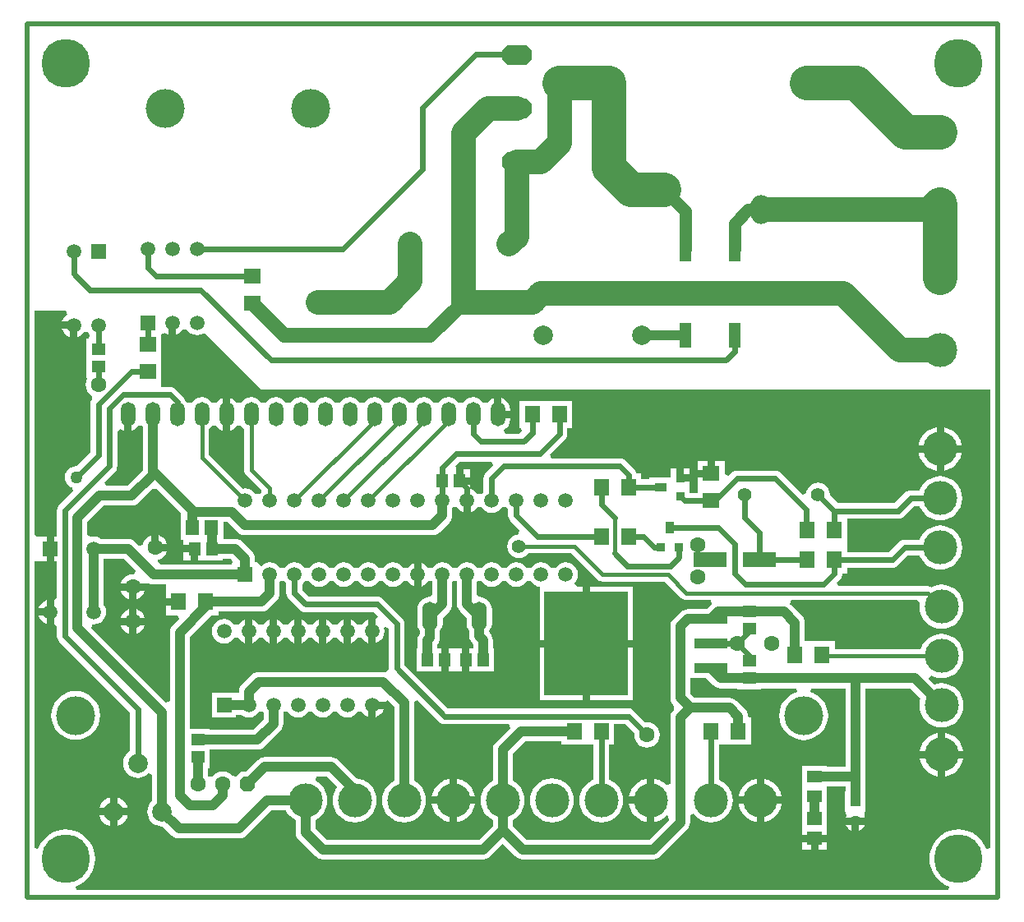
<source format=gtl>
%FSLAX24Y24*%
%MOIN*%
G70*
G01*
G75*
G04 Layer_Physical_Order=1*
G04 Layer_Color=255*
%ADD10R,0.0630X0.0709*%
%ADD11R,0.1378X0.0640*%
%ADD12R,0.0709X0.0630*%
%ADD13R,0.0472X0.0551*%
%ADD14R,0.0551X0.0591*%
%ADD15R,0.0591X0.0551*%
%ADD16R,0.0551X0.0472*%
%ADD17R,0.1339X0.0394*%
%ADD18R,0.3386X0.4213*%
%ADD19R,0.0512X0.1024*%
%ADD20R,0.0591X0.0472*%
%ADD21R,0.0360X0.0360*%
%ADD22R,0.0360X0.0500*%
%ADD23R,0.0360X0.0360*%
%ADD24R,0.0500X0.0360*%
%ADD25C,0.0240*%
%ADD26C,0.1400*%
%ADD27C,0.1000*%
%ADD28C,0.0600*%
%ADD29C,0.0400*%
%ADD30C,0.0160*%
%ADD31C,0.0500*%
%ADD32C,0.0800*%
%ADD33C,0.0197*%
%ADD34C,0.1575*%
G04:AMPARAMS|DCode=35|XSize=78.7mil|YSize=118.1mil|CornerRadius=0mil|HoleSize=0mil|Usage=FLASHONLY|Rotation=90.000|XOffset=0mil|YOffset=0mil|HoleType=Round|Shape=Octagon|*
%AMOCTAGOND35*
4,1,8,-0.0591,-0.0197,-0.0591,0.0197,-0.0394,0.0394,0.0394,0.0394,0.0591,0.0197,0.0591,-0.0197,0.0394,-0.0394,-0.0394,-0.0394,-0.0591,-0.0197,0.0*
%
%ADD35OCTAGOND35*%

%ADD36O,0.0591X0.0984*%
%ADD37C,0.0984*%
%ADD38C,0.0551*%
%ADD39R,0.0591X0.0591*%
%ADD40C,0.0591*%
%ADD41C,0.1378*%
%ADD42C,0.0591*%
%ADD43R,0.0591X0.0591*%
%ADD44O,0.0620X0.1181*%
%ADD45C,0.0787*%
%ADD46C,0.0630*%
%ADD47O,0.0787X0.1181*%
%ADD48R,0.0433X0.0433*%
%ADD49C,0.0433*%
%ADD50O,0.0866X0.1260*%
%ADD51P,0.0682X8X202.5*%
%ADD52C,0.0500*%
%ADD53C,0.1969*%
G36*
X26431Y25706D02*
X26431Y25603D01*
X26431D01*
Y24612D01*
X26559D01*
Y24407D01*
X26996D01*
Y24257D01*
X27146D01*
Y23782D01*
X28141D01*
Y23854D01*
X28473D01*
X28562Y23721D01*
X28555Y23703D01*
X28555D01*
X28555Y23703D01*
Y23702D01*
X28517Y23611D01*
X25598D01*
X25505Y23741D01*
X25526Y23805D01*
X25534Y23806D01*
X25660Y23858D01*
X25767Y23940D01*
X25850Y24048D01*
X25895Y24157D01*
X25400D01*
Y24307D01*
X25250D01*
Y24803D01*
X25140Y24757D01*
X25033Y24675D01*
X24950Y24567D01*
X24898Y24442D01*
X24897Y24434D01*
X24746Y24382D01*
X24585Y24543D01*
X24502Y24607D01*
X24404Y24647D01*
X24300Y24661D01*
X24300Y24661D01*
X23209D01*
X23171Y24690D01*
X23051Y24740D01*
X22922Y24757D01*
X22792Y24740D01*
X22786Y24738D01*
X22653Y24826D01*
Y25340D01*
X23317Y26004D01*
X24450D01*
X24450Y26004D01*
X24554Y26018D01*
X24652Y26058D01*
X24735Y26122D01*
X25295Y26682D01*
X25455D01*
X26431Y25706D01*
D02*
G37*
G36*
X39123Y27637D02*
X38822Y27336D01*
X38770Y27269D01*
X38738Y27191D01*
X38727Y27107D01*
Y26584D01*
X38697Y26561D01*
X38630Y26474D01*
X38470D01*
X38403Y26561D01*
X38300Y26640D01*
X38191Y26685D01*
Y26857D01*
X37754D01*
Y27007D01*
X37604D01*
Y27572D01*
X37580Y27631D01*
X37734Y27785D01*
X39062D01*
X39123Y27637D01*
D02*
G37*
G36*
X36922Y17229D02*
X36989Y17178D01*
D01*
D01*
Y17178D01*
X36989Y17178D01*
D01*
D01*
X36989D01*
Y17178D01*
D01*
X36989D01*
Y17178D01*
X37066Y17146D01*
X37150Y17135D01*
X39748D01*
X39809Y16987D01*
X39215Y16393D01*
X39151Y16309D01*
X39110Y16212D01*
X39097Y16107D01*
X39097Y16107D01*
Y14850D01*
X39004Y14800D01*
X38868Y14689D01*
X38757Y14554D01*
X38675Y14399D01*
X38624Y14232D01*
X38607Y14057D01*
X38624Y13883D01*
X38675Y13716D01*
X38757Y13561D01*
X38868Y13426D01*
X39004Y13315D01*
X39097Y13265D01*
Y13025D01*
X38533Y12461D01*
X32367D01*
X31903Y12925D01*
Y13265D01*
X31996Y13315D01*
X32132Y13426D01*
X32243Y13561D01*
X32325Y13716D01*
X32376Y13883D01*
X32393Y14057D01*
X32376Y14232D01*
X32325Y14399D01*
X32243Y14554D01*
X32132Y14689D01*
X31996Y14800D01*
X31905Y14849D01*
X31944Y15004D01*
X32383D01*
X32791Y14595D01*
X32757Y14554D01*
X32675Y14399D01*
X32624Y14232D01*
X32607Y14057D01*
X32624Y13883D01*
X32675Y13716D01*
X32757Y13561D01*
X32868Y13426D01*
X33004Y13315D01*
X33158Y13232D01*
X33326Y13181D01*
X33500Y13164D01*
X33674Y13181D01*
X33842Y13232D01*
X33996Y13315D01*
X34132Y13426D01*
X34243Y13561D01*
X34325Y13716D01*
X34376Y13883D01*
X34393Y14057D01*
X34376Y14232D01*
X34325Y14399D01*
X34243Y14554D01*
X34132Y14689D01*
X33996Y14800D01*
X33842Y14883D01*
X33674Y14934D01*
X33586Y14942D01*
X32835Y15693D01*
X32752Y15757D01*
X32654Y15797D01*
X32550Y15811D01*
X32550Y15811D01*
X29850D01*
X29746Y15797D01*
X29705Y15780D01*
X29648Y15757D01*
X29565Y15693D01*
X29565Y15693D01*
X29094Y15222D01*
X28893D01*
X28702Y15032D01*
X28542Y15042D01*
X28517Y15075D01*
X28410Y15157D01*
X28284Y15209D01*
X28150Y15227D01*
X28016Y15209D01*
X27890Y15157D01*
X27783Y15075D01*
X27730Y15006D01*
X27570D01*
X27553Y15028D01*
Y15367D01*
X27626D01*
Y16076D01*
Y16108D01*
X29554D01*
X29554Y16108D01*
X29659Y16122D01*
X29756Y16162D01*
X29840Y16227D01*
X30485Y16872D01*
X30485Y16872D01*
X30549Y16956D01*
X30590Y17053D01*
X30603Y17157D01*
Y17620D01*
X30620Y17641D01*
X30780D01*
X30847Y17554D01*
X30950Y17475D01*
X31071Y17425D01*
X31200Y17408D01*
X31329Y17425D01*
X31450Y17475D01*
X31553Y17554D01*
X31620Y17641D01*
X31780D01*
X31847Y17554D01*
X31950Y17475D01*
X32071Y17425D01*
X32200Y17408D01*
X32329Y17425D01*
X32450Y17475D01*
X32553Y17554D01*
X32620Y17641D01*
X32780D01*
X32847Y17554D01*
X32950Y17475D01*
X33071Y17425D01*
X33200Y17408D01*
X33329Y17425D01*
X33450Y17475D01*
X33553Y17554D01*
X33620Y17641D01*
X33780D01*
X33847Y17554D01*
X33950Y17475D01*
X34050Y17434D01*
Y17907D01*
X34200D01*
Y18057D01*
X34733D01*
X34836Y18101D01*
X35097Y17840D01*
Y14850D01*
X35004Y14800D01*
X34868Y14689D01*
X34757Y14554D01*
X34675Y14399D01*
X34624Y14232D01*
X34607Y14057D01*
X34624Y13883D01*
X34675Y13716D01*
X34757Y13561D01*
X34868Y13426D01*
X35004Y13315D01*
X35158Y13232D01*
X35326Y13181D01*
X35500Y13164D01*
X35674Y13181D01*
X35842Y13232D01*
X35996Y13315D01*
X36132Y13426D01*
X36243Y13561D01*
X36325Y13716D01*
X36376Y13883D01*
X36393Y14057D01*
X36376Y14232D01*
X36325Y14399D01*
X36243Y14554D01*
X36132Y14689D01*
X35996Y14800D01*
X35903Y14850D01*
Y18007D01*
X35903Y18007D01*
X35900Y18037D01*
X36043Y18108D01*
X36922Y17229D01*
D02*
G37*
G36*
X30697Y22854D02*
X30727Y22831D01*
Y22457D01*
X30738Y22374D01*
X30738Y22374D01*
X30738Y22374D01*
X30770Y22296D01*
X30822Y22229D01*
X31272Y21779D01*
X31339Y21728D01*
D01*
D01*
Y21728D01*
X31339Y21728D01*
D01*
D01*
X31339D01*
Y21728D01*
D01*
X31339D01*
Y21728D01*
X31416Y21696D01*
X31500Y21685D01*
X34266D01*
X34435Y21516D01*
X34350Y21389D01*
Y20907D01*
Y20434D01*
X34450Y20475D01*
X34553Y20554D01*
X34633Y20658D01*
X34683Y20778D01*
X34700Y20907D01*
X34683Y21037D01*
X34676Y21054D01*
X34736Y21094D01*
X34877Y21019D01*
Y19407D01*
X34886Y19343D01*
X34759Y19245D01*
X34754Y19247D01*
X34650Y19261D01*
X34650Y19261D01*
X29600D01*
X29496Y19247D01*
X29398Y19207D01*
X29362Y19179D01*
X29315Y19143D01*
X29315Y19143D01*
X28915Y18743D01*
X28851Y18659D01*
X28810Y18562D01*
X28797Y18457D01*
Y18457D01*
Y18403D01*
X28695D01*
Y18403D01*
X27705D01*
Y17412D01*
X28695D01*
Y17504D01*
X28912D01*
X28950Y17475D01*
X29071Y17425D01*
X29200Y17408D01*
X29329Y17425D01*
X29450Y17475D01*
X29553Y17554D01*
X29620Y17641D01*
X29780D01*
X29797Y17620D01*
Y17325D01*
X29387Y16915D01*
X27626D01*
Y16948D01*
X26803D01*
Y20690D01*
X27666Y21553D01*
X27966D01*
Y21704D01*
X29700D01*
X29700Y21704D01*
X29804Y21718D01*
X29902Y21758D01*
X29985Y21822D01*
X30335Y22172D01*
X30335Y22172D01*
X30399Y22256D01*
X30440Y22353D01*
X30440Y22353D01*
X30440Y22353D01*
Y22353D01*
X30453Y22457D01*
X30453Y22457D01*
Y22920D01*
X30470Y22941D01*
X30630D01*
X30697Y22854D01*
D02*
G37*
G36*
X24623Y23363D02*
X24553Y23220D01*
X24500Y23227D01*
X24366Y23209D01*
X24240Y23157D01*
X24133Y23075D01*
X24050Y22967D01*
X24005Y22857D01*
X25143D01*
X25148Y22858D01*
X25246Y22818D01*
X25350Y22804D01*
X25834D01*
Y22662D01*
X25834D01*
Y22257D01*
X26349D01*
Y21957D01*
X25834D01*
Y21553D01*
X26316D01*
X26377Y21405D01*
X26115Y21143D01*
X26051Y21059D01*
X26010Y20962D01*
X25997Y20857D01*
X25997Y20857D01*
Y18091D01*
X25849Y18029D01*
X22818Y21060D01*
X22889Y21203D01*
X22922Y21199D01*
X23051Y21216D01*
X23171Y21266D01*
X23275Y21345D01*
X23354Y21449D01*
X23404Y21569D01*
X23421Y21698D01*
X23404Y21828D01*
X23354Y21948D01*
X23325Y21986D01*
Y23854D01*
X24133D01*
X24623Y23363D01*
D02*
G37*
G36*
X38200Y25734D02*
X38300Y25775D01*
X38403Y25854D01*
X38470Y25941D01*
X38630D01*
X38697Y25854D01*
X38800Y25775D01*
X38921Y25725D01*
X39050Y25708D01*
X39179Y25725D01*
X39300Y25775D01*
X39403Y25854D01*
X39470Y25941D01*
X39630D01*
X39697Y25854D01*
X39727Y25831D01*
Y25607D01*
X39738Y25524D01*
X39738Y25524D01*
X39738Y25524D01*
X39770Y25446D01*
X39822Y25379D01*
X40184Y25017D01*
X40160Y24837D01*
X40036Y24821D01*
X39920Y24773D01*
X39821Y24697D01*
X39745Y24597D01*
X39697Y24482D01*
X39680Y24357D01*
X39697Y24233D01*
X39745Y24118D01*
X39821Y24018D01*
X39920Y23942D01*
X40036Y23894D01*
X40160Y23878D01*
X40284Y23894D01*
X40400Y23942D01*
X40499Y24018D01*
X40543Y24075D01*
X42283D01*
X43350Y23008D01*
X43409Y22963D01*
X43457Y22943D01*
X43477Y22935D01*
X43550Y22925D01*
X46083D01*
X46750Y22258D01*
X46809Y22213D01*
X46837Y22201D01*
X46877Y22185D01*
X46950Y22175D01*
X47936D01*
X47987Y22024D01*
X47953Y21997D01*
X47766Y21811D01*
X47000D01*
X46896Y21797D01*
X46798Y21757D01*
X46715Y21693D01*
X46415Y21393D01*
X46351Y21309D01*
X46310Y21212D01*
X46297Y21107D01*
X46297Y21107D01*
Y18207D01*
X46297Y18207D01*
X46310Y18103D01*
X46351Y18006D01*
X46415Y17922D01*
X46449Y17887D01*
Y17727D01*
X46415Y17693D01*
X46351Y17609D01*
X46310Y17512D01*
X46297Y17407D01*
X46297Y17407D01*
Y14726D01*
X46146Y14672D01*
X46132Y14689D01*
X45996Y14800D01*
X45842Y14883D01*
X45674Y14934D01*
X45650Y14936D01*
Y14057D01*
Y13179D01*
X45674Y13181D01*
X45842Y13232D01*
X45996Y13315D01*
X46132Y13426D01*
X46146Y13443D01*
X46203Y13423D01*
X46238Y13267D01*
X45433Y12461D01*
X40467D01*
X39903Y13025D01*
Y13265D01*
X39996Y13315D01*
X40132Y13426D01*
X40243Y13561D01*
X40325Y13716D01*
X40376Y13883D01*
X40393Y14057D01*
X40376Y14232D01*
X40325Y14399D01*
X40243Y14554D01*
X40132Y14689D01*
X39996Y14800D01*
X39903Y14850D01*
Y15940D01*
X40417Y16454D01*
X41884D01*
Y16303D01*
X42914D01*
Y16303D01*
X42914D01*
X42914Y16303D01*
X42986D01*
Y16303D01*
X43177D01*
Y14889D01*
X43158Y14883D01*
X43004Y14800D01*
X42868Y14689D01*
X42757Y14554D01*
X42675Y14399D01*
X42624Y14232D01*
X42607Y14057D01*
X42624Y13883D01*
X42675Y13716D01*
X42757Y13561D01*
X42868Y13426D01*
X43004Y13315D01*
X43158Y13232D01*
X43326Y13181D01*
X43500Y13164D01*
X43674Y13181D01*
X43842Y13232D01*
X43996Y13315D01*
X44132Y13426D01*
X44243Y13561D01*
X44325Y13716D01*
X44376Y13883D01*
X44393Y14057D01*
X44376Y14232D01*
X44325Y14399D01*
X44243Y14554D01*
X44132Y14689D01*
X43996Y14800D01*
X43842Y14883D01*
X43823Y14889D01*
Y16303D01*
X44016D01*
Y17135D01*
X44466D01*
X44838Y16763D01*
X44831Y16707D01*
X44848Y16573D01*
X44900Y16448D01*
X44983Y16340D01*
X45090Y16258D01*
X45216Y16206D01*
X45350Y16188D01*
X45484Y16206D01*
X45610Y16258D01*
X45717Y16340D01*
X45800Y16448D01*
X45852Y16573D01*
X45869Y16707D01*
X45852Y16842D01*
X45800Y16967D01*
X45717Y17075D01*
X45610Y17157D01*
X45484Y17209D01*
X45350Y17227D01*
X45294Y17220D01*
X44828Y17686D01*
X44761Y17737D01*
X44684Y17769D01*
X44600Y17780D01*
X37284D01*
X35523Y19541D01*
Y21207D01*
X35512Y21291D01*
X35480Y21369D01*
X35428Y21436D01*
X34628Y22236D01*
X34561Y22287D01*
X34484Y22319D01*
X34400Y22330D01*
X31634D01*
X31373Y22591D01*
Y22831D01*
X31403Y22854D01*
X31470Y22941D01*
X31630D01*
X31697Y22854D01*
X31800Y22775D01*
X31921Y22725D01*
X32050Y22708D01*
X32179Y22725D01*
X32300Y22775D01*
X32403Y22854D01*
X32470Y22941D01*
X32630D01*
X32697Y22854D01*
X32800Y22775D01*
X32921Y22725D01*
X33050Y22708D01*
X33179Y22725D01*
X33300Y22775D01*
X33403Y22854D01*
X33470Y22941D01*
X33630D01*
X33697Y22854D01*
X33800Y22775D01*
X33921Y22725D01*
X34050Y22708D01*
X34179Y22725D01*
X34300Y22775D01*
X34403Y22854D01*
X34470Y22941D01*
X34630D01*
X34697Y22854D01*
X34800Y22775D01*
X34921Y22725D01*
X35050Y22708D01*
X35179Y22725D01*
X35300Y22775D01*
X35403Y22854D01*
X35470Y22941D01*
X35630D01*
X35697Y22854D01*
X35800Y22775D01*
X35900Y22734D01*
Y23207D01*
Y23681D01*
X35800Y23640D01*
X35697Y23561D01*
X35630Y23474D01*
X35470D01*
X35403Y23561D01*
X35300Y23640D01*
X35179Y23690D01*
X35050Y23707D01*
X34921Y23690D01*
X34800Y23640D01*
X34697Y23561D01*
X34630Y23474D01*
X34470D01*
X34403Y23561D01*
X34300Y23640D01*
X34179Y23690D01*
X34050Y23707D01*
X33921Y23690D01*
X33800Y23640D01*
X33697Y23561D01*
X33630Y23474D01*
X33470D01*
X33403Y23561D01*
X33300Y23640D01*
X33179Y23690D01*
X33050Y23707D01*
X32921Y23690D01*
X32800Y23640D01*
X32697Y23561D01*
X32630Y23474D01*
X32470D01*
X32403Y23561D01*
X32300Y23640D01*
X32179Y23690D01*
X32050Y23707D01*
X31921Y23690D01*
X31800Y23640D01*
X31697Y23561D01*
X31630Y23474D01*
X31470D01*
X31403Y23561D01*
X31300Y23640D01*
X31179Y23690D01*
X31050Y23707D01*
X30921Y23690D01*
X30800Y23640D01*
X30697Y23561D01*
X30630Y23474D01*
X30470D01*
X30403Y23561D01*
X30300Y23640D01*
X30179Y23690D01*
X30050Y23707D01*
X29921Y23690D01*
X29800Y23640D01*
X29697Y23561D01*
X29545Y23677D01*
Y23703D01*
X29453D01*
Y23857D01*
X29440Y23962D01*
X29399Y24059D01*
X29372Y24095D01*
X29335Y24143D01*
X29335Y24143D01*
X28935Y24543D01*
X28852Y24607D01*
X28754Y24647D01*
X28650Y24661D01*
X28650Y24661D01*
X28169D01*
Y25354D01*
X28333D01*
X28765Y24922D01*
X28765Y24922D01*
X28812Y24886D01*
X28848Y24858D01*
X28946Y24818D01*
X29050Y24804D01*
X36650D01*
X36650Y24804D01*
X36754Y24818D01*
X36852Y24858D01*
X36935Y24922D01*
X37335Y25322D01*
X37335Y25322D01*
X37372Y25369D01*
X37399Y25406D01*
X37440Y25503D01*
X37453Y25607D01*
X37453Y25607D01*
X37453Y25607D01*
Y25607D01*
Y25920D01*
X37470Y25941D01*
X37630D01*
X37697Y25854D01*
X37800Y25775D01*
X37900Y25734D01*
Y26207D01*
X38200D01*
Y25734D01*
D02*
G37*
G36*
X21850Y33753D02*
X21747Y33674D01*
X21667Y33570D01*
X21626Y33470D01*
X22100D01*
Y33320D01*
X22250D01*
Y32847D01*
X22350Y32888D01*
X22453Y32967D01*
X22520Y33054D01*
X22668D01*
X22761Y32924D01*
X22718Y32798D01*
X22624D01*
Y31926D01*
Y31217D01*
X22626D01*
X22650Y31167D01*
X22598Y31042D01*
X22581Y30907D01*
X22598Y30773D01*
X22650Y30648D01*
X22733Y30540D01*
X22829Y30466D01*
X22850Y30308D01*
X22820Y30269D01*
X22788Y30191D01*
X22777Y30107D01*
Y28191D01*
X22197Y27611D01*
X22083Y27596D01*
X21973Y27551D01*
X21879Y27478D01*
X21807Y27384D01*
X21762Y27275D01*
X21746Y27157D01*
X21762Y27040D01*
X21807Y26931D01*
X21879Y26837D01*
X21973Y26764D01*
X22036Y26738D01*
X22067Y26581D01*
X21522Y26036D01*
X21470Y25969D01*
X21438Y25891D01*
X21427Y25807D01*
Y24753D01*
X21300D01*
Y24257D01*
Y23762D01*
X21427D01*
Y22264D01*
X21300Y22179D01*
Y21698D01*
Y21218D01*
X21427Y21133D01*
Y20707D01*
X21438Y20624D01*
X21470Y20546D01*
X21522Y20479D01*
X24377Y17624D01*
Y16058D01*
X24369Y16054D01*
X24278Y15979D01*
X24204Y15889D01*
X24149Y15786D01*
X24115Y15674D01*
X24103Y15557D01*
X24115Y15441D01*
X24149Y15329D01*
X24204Y15226D01*
X24278Y15136D01*
X24369Y15061D01*
X24472Y15006D01*
X24584Y14972D01*
X24700Y14961D01*
X24816Y14972D01*
X24928Y15006D01*
X25031Y15061D01*
X25122Y15136D01*
X25130Y15146D01*
X25281Y15092D01*
Y14026D01*
X25262Y14011D01*
X25188Y13920D01*
X25133Y13817D01*
X25099Y13705D01*
X25088Y13589D01*
X25099Y13473D01*
X25133Y13361D01*
X25188Y13258D01*
X25262Y13167D01*
X25353Y13093D01*
X25456Y13038D01*
X25568Y13004D01*
X25684Y12992D01*
X25708Y12995D01*
X26080Y12622D01*
X26164Y12558D01*
X26261Y12518D01*
X26366Y12504D01*
X26366Y12504D01*
X28800D01*
X28800Y12504D01*
X28904Y12518D01*
X29002Y12558D01*
X29085Y12622D01*
X30117Y13654D01*
X30708D01*
X30757Y13561D01*
X30868Y13426D01*
X31004Y13315D01*
X31097Y13265D01*
Y12757D01*
X31097Y12757D01*
X31110Y12653D01*
X31151Y12556D01*
X31215Y12472D01*
X31915Y11772D01*
X31915Y11772D01*
X31998Y11708D01*
X32055Y11684D01*
X32096Y11668D01*
X32200Y11654D01*
X38700D01*
X38700Y11654D01*
X38804Y11668D01*
X38902Y11708D01*
X38985Y11772D01*
X39500Y12287D01*
X40015Y11772D01*
X40098Y11708D01*
X40196Y11668D01*
X40300Y11654D01*
X40300Y11654D01*
X45600D01*
X45600Y11654D01*
X45704Y11668D01*
X45802Y11708D01*
X45885Y11772D01*
X46985Y12872D01*
X47049Y12956D01*
X47090Y13053D01*
X47103Y13157D01*
X47103Y13157D01*
Y13450D01*
X47254Y13504D01*
X47318Y13426D01*
X47454Y13315D01*
X47608Y13232D01*
X47776Y13181D01*
X47950Y13164D01*
X48124Y13181D01*
X48292Y13232D01*
X48446Y13315D01*
X48582Y13426D01*
X48693Y13561D01*
X48775Y13716D01*
X48826Y13883D01*
X48843Y14057D01*
X48826Y14232D01*
X48775Y14399D01*
X48693Y14554D01*
X48582Y14689D01*
X48446Y14800D01*
X48292Y14883D01*
X48273Y14889D01*
Y16303D01*
X48464D01*
Y16303D01*
X48464D01*
X48464Y16303D01*
X48536D01*
Y16303D01*
X49566D01*
Y17412D01*
X49499D01*
X49455Y17456D01*
Y17456D01*
X49455D01*
D01*
X49441Y17561D01*
X49401Y17658D01*
X49336Y17742D01*
X48985Y18093D01*
X48902Y18157D01*
X48804Y18197D01*
X48700Y18211D01*
X48700Y18211D01*
X47267D01*
X47103Y18375D01*
Y19011D01*
X47760D01*
X48053Y18718D01*
X48136Y18654D01*
X48233Y18613D01*
X48338Y18600D01*
X48338Y18600D01*
X49024D01*
Y18567D01*
X49976D01*
Y18600D01*
X51413D01*
X51437Y18441D01*
X51330Y18409D01*
X51159Y18317D01*
X51008Y18194D01*
X50885Y18044D01*
X50793Y17872D01*
X50737Y17686D01*
X50718Y17492D01*
X50737Y17299D01*
X50793Y17113D01*
X50885Y16941D01*
X51008Y16791D01*
X51159Y16668D01*
X51330Y16576D01*
X51516Y16519D01*
X51710Y16500D01*
X51904Y16519D01*
X52090Y16576D01*
X52261Y16668D01*
X52412Y16791D01*
X52535Y16941D01*
X52627Y17113D01*
X52683Y17299D01*
X52702Y17492D01*
X52683Y17686D01*
X52627Y17872D01*
X52535Y18044D01*
X52412Y18194D01*
X52261Y18317D01*
X52090Y18409D01*
X51983Y18441D01*
X52007Y18600D01*
X53397D01*
Y15411D01*
X52645D01*
Y15444D01*
X51655D01*
Y14571D01*
Y13771D01*
Y12826D01*
Y12664D01*
X52645D01*
Y12826D01*
Y13771D01*
Y14571D01*
Y14604D01*
X53397D01*
Y14418D01*
X53383D01*
Y13585D01*
X53383D01*
X53410Y13568D01*
X53436Y13424D01*
X53411Y13364D01*
X54189D01*
X54164Y13424D01*
X54190Y13568D01*
X54217Y13585D01*
X54217D01*
Y14418D01*
X54203D01*
Y15007D01*
Y18600D01*
X56037D01*
X56454Y18182D01*
X56424Y18082D01*
X56407Y17907D01*
X56424Y17733D01*
X56475Y17566D01*
X56557Y17411D01*
X56668Y17276D01*
X56804Y17165D01*
X56958Y17082D01*
X57126Y17031D01*
X57300Y17014D01*
X57474Y17031D01*
X57642Y17082D01*
X57796Y17165D01*
X57932Y17276D01*
X58043Y17411D01*
X58125Y17566D01*
X58176Y17733D01*
X58193Y17907D01*
X58176Y18082D01*
X58125Y18249D01*
X58043Y18404D01*
X57932Y18539D01*
X57796Y18650D01*
X57642Y18733D01*
X57474Y18784D01*
X57300Y18801D01*
X57126Y18784D01*
X57025Y18753D01*
X56780Y18998D01*
X56875Y19126D01*
X56958Y19082D01*
X57126Y19031D01*
X57300Y19014D01*
X57474Y19031D01*
X57642Y19082D01*
X57796Y19165D01*
X57932Y19276D01*
X58043Y19411D01*
X58125Y19566D01*
X58176Y19733D01*
X58193Y19907D01*
X58176Y20082D01*
X58125Y20249D01*
X58043Y20404D01*
X57932Y20539D01*
X57796Y20650D01*
X57642Y20733D01*
X57474Y20784D01*
X57300Y20801D01*
X57126Y20784D01*
X56958Y20733D01*
X56804Y20650D01*
X56668Y20539D01*
X56557Y20404D01*
X56475Y20249D01*
X56457Y20190D01*
X52966D01*
Y20512D01*
X51936D01*
D01*
D01*
X51936Y20512D01*
X51864D01*
D01*
X51752Y20512D01*
Y21259D01*
X51752Y21259D01*
X51739Y21363D01*
X51698Y21460D01*
X51634Y21544D01*
X51181Y21997D01*
X51146Y22024D01*
X51198Y22175D01*
X56314D01*
X56421Y22057D01*
X56407Y21907D01*
X56424Y21733D01*
X56475Y21566D01*
X56557Y21411D01*
X56668Y21276D01*
X56804Y21165D01*
X56958Y21082D01*
X57126Y21031D01*
X57300Y21014D01*
X57474Y21031D01*
X57642Y21082D01*
X57796Y21165D01*
X57932Y21276D01*
X58043Y21411D01*
X58125Y21566D01*
X58176Y21733D01*
X58193Y21907D01*
X58176Y22082D01*
X58125Y22249D01*
X58043Y22404D01*
X57932Y22539D01*
X57796Y22650D01*
X57642Y22733D01*
X57474Y22784D01*
X57300Y22801D01*
X57126Y22784D01*
X56958Y22733D01*
X56895Y22699D01*
X56891Y22702D01*
X56843Y22722D01*
X56823Y22730D01*
X56750Y22740D01*
X53098D01*
X53037Y22888D01*
X53179Y23030D01*
X53205Y23064D01*
X53231Y23097D01*
X53263Y23175D01*
X53273Y23253D01*
X53466D01*
Y23485D01*
X55300D01*
X55384Y23496D01*
X55461Y23528D01*
X55528Y23579D01*
X55528Y23579D01*
X55528Y23579D01*
X55934Y23985D01*
X56419D01*
X56425Y23966D01*
X56507Y23811D01*
X56618Y23676D01*
X56754Y23565D01*
X56908Y23482D01*
X57076Y23431D01*
X57250Y23414D01*
X57424Y23431D01*
X57592Y23482D01*
X57746Y23565D01*
X57882Y23676D01*
X57993Y23811D01*
X58075Y23966D01*
X58126Y24133D01*
X58143Y24307D01*
X58126Y24482D01*
X58075Y24649D01*
X57993Y24804D01*
X57882Y24939D01*
X57746Y25050D01*
X57592Y25133D01*
X57424Y25184D01*
X57250Y25201D01*
X57076Y25184D01*
X56908Y25133D01*
X56754Y25050D01*
X56618Y24939D01*
X56507Y24804D01*
X56425Y24649D01*
X56419Y24630D01*
X55800D01*
X55755Y24624D01*
X55716Y24619D01*
X55639Y24587D01*
X55572Y24536D01*
X55166Y24130D01*
X53466D01*
Y24362D01*
D01*
Y24362D01*
X53466Y24362D01*
Y24453D01*
X53466D01*
Y25475D01*
X55540D01*
X55624Y25486D01*
X55701Y25518D01*
X55768Y25569D01*
X55768Y25569D01*
X55768Y25569D01*
X56184Y25985D01*
X56419D01*
X56425Y25966D01*
X56507Y25811D01*
X56618Y25676D01*
X56754Y25565D01*
X56908Y25482D01*
X57076Y25431D01*
X57250Y25414D01*
X57424Y25431D01*
X57592Y25482D01*
X57746Y25565D01*
X57882Y25676D01*
X57993Y25811D01*
X58075Y25966D01*
X58126Y26133D01*
X58143Y26307D01*
X58126Y26482D01*
X58075Y26649D01*
X57993Y26804D01*
X57882Y26939D01*
X57746Y27050D01*
X57592Y27133D01*
X57424Y27184D01*
X57250Y27201D01*
X57076Y27184D01*
X56908Y27133D01*
X56754Y27050D01*
X56618Y26939D01*
X56507Y26804D01*
X56425Y26649D01*
X56419Y26630D01*
X56050D01*
X55966Y26619D01*
X55889Y26587D01*
X55822Y26536D01*
X55406Y26120D01*
X53084D01*
X52767Y26437D01*
X52770Y26457D01*
X52753Y26582D01*
X52705Y26697D01*
X52629Y26797D01*
X52530Y26873D01*
X52414Y26921D01*
X52290Y26937D01*
X52166Y26921D01*
X52050Y26873D01*
X51951Y26797D01*
X51875Y26697D01*
X51827Y26582D01*
X51816Y26501D01*
X51665Y26449D01*
X50778Y27336D01*
X50711Y27387D01*
X50634Y27419D01*
X50550Y27430D01*
X49000D01*
X48916Y27419D01*
X48839Y27387D01*
X48772Y27336D01*
X48652Y27216D01*
X48504Y27277D01*
Y27824D01*
X48100D01*
Y27309D01*
X47950D01*
Y27159D01*
X47396D01*
Y26794D01*
X47396Y26794D01*
X47396Y26721D01*
X47396D01*
Y26529D01*
X47080D01*
Y26752D01*
Y26982D01*
X46700D01*
Y27132D01*
X46550D01*
Y27512D01*
X46320D01*
Y27142D01*
X45450D01*
Y27085D01*
X45116D01*
Y27312D01*
X44917D01*
X44913Y27340D01*
X44881Y27418D01*
X44829Y27485D01*
X44478Y27836D01*
X44411Y27887D01*
X44334Y27919D01*
X44250Y27930D01*
X41488D01*
X41427Y28078D01*
X42029Y28680D01*
X42055Y28714D01*
X42081Y28747D01*
X42113Y28825D01*
X42124Y28909D01*
Y29153D01*
X42316D01*
Y30262D01*
X41286D01*
D01*
D01*
X41286Y30262D01*
X41214D01*
Y30262D01*
X40184D01*
Y29153D01*
X40230D01*
X40267Y29063D01*
X40178Y28930D01*
X39611D01*
X39584Y28996D01*
X39555Y29082D01*
X39653Y29157D01*
X39733Y29261D01*
X39783Y29381D01*
X39800Y29511D01*
Y29557D01*
X39300D01*
Y29707D01*
X39150D01*
Y30378D01*
X39050Y30337D01*
X38947Y30258D01*
X38880Y30171D01*
X38720D01*
X38653Y30258D01*
X38550Y30337D01*
X38429Y30387D01*
X38300Y30404D01*
X38171Y30387D01*
X38050Y30337D01*
X37947Y30258D01*
X37880Y30171D01*
X37720D01*
X37653Y30258D01*
X37550Y30337D01*
X37429Y30387D01*
X37300Y30404D01*
X37171Y30387D01*
X37050Y30337D01*
X36947Y30258D01*
X36880Y30171D01*
X36720D01*
X36653Y30258D01*
X36550Y30337D01*
X36429Y30387D01*
X36300Y30404D01*
X36171Y30387D01*
X36050Y30337D01*
X35947Y30258D01*
X35880Y30171D01*
X35720D01*
X35653Y30258D01*
X35550Y30337D01*
X35429Y30387D01*
X35300Y30404D01*
X35171Y30387D01*
X35050Y30337D01*
X34947Y30258D01*
X34880Y30171D01*
X34720D01*
X34653Y30258D01*
X34550Y30337D01*
X34429Y30387D01*
X34300Y30404D01*
X34171Y30387D01*
X34050Y30337D01*
X33947Y30258D01*
X33880Y30171D01*
X33720D01*
X33653Y30258D01*
X33550Y30337D01*
X33429Y30387D01*
X33300Y30404D01*
X33171Y30387D01*
X33050Y30337D01*
X32947Y30258D01*
X32880Y30171D01*
X32720D01*
X32653Y30258D01*
X32550Y30337D01*
X32429Y30387D01*
X32300Y30404D01*
X32171Y30387D01*
X32050Y30337D01*
X31947Y30258D01*
X31880Y30171D01*
X31720D01*
X31653Y30258D01*
X31550Y30337D01*
X31429Y30387D01*
X31300Y30404D01*
X31171Y30387D01*
X31050Y30337D01*
X30947Y30258D01*
X30880Y30171D01*
X30720D01*
X30653Y30258D01*
X30550Y30337D01*
X30429Y30387D01*
X30300Y30404D01*
X30171Y30387D01*
X30050Y30337D01*
X29947Y30258D01*
X29880Y30171D01*
X29720D01*
X29653Y30258D01*
X29550Y30337D01*
X29429Y30387D01*
X29300Y30404D01*
X29171Y30387D01*
X29050Y30337D01*
X28947Y30258D01*
X28880Y30171D01*
X28720D01*
X28653Y30258D01*
X28550Y30337D01*
X28450Y30378D01*
Y29707D01*
Y29037D01*
X28550Y29078D01*
X28653Y29157D01*
X28720Y29244D01*
X28880D01*
X28947Y29157D01*
X29018Y29103D01*
Y27457D01*
X29027Y27384D01*
X29035Y27364D01*
X29055Y27316D01*
X29100Y27258D01*
X29703Y26655D01*
X29697Y26561D01*
X29630Y26474D01*
X29470D01*
X29403Y26561D01*
X29300Y26640D01*
X29179Y26690D01*
X29050Y26707D01*
X28962Y26695D01*
X27582Y28074D01*
Y29103D01*
X27653Y29157D01*
X27720Y29244D01*
X27880D01*
X27947Y29157D01*
X28050Y29078D01*
X28150Y29037D01*
Y29707D01*
Y30378D01*
X28050Y30337D01*
X27947Y30258D01*
X27880Y30171D01*
X27720D01*
X27653Y30258D01*
X27550Y30337D01*
X27429Y30387D01*
X27300Y30404D01*
X27171Y30387D01*
X27050Y30337D01*
X26947Y30258D01*
X26880Y30171D01*
X26720D01*
X26653Y30258D01*
X26612Y30289D01*
X26612Y30291D01*
X26580Y30369D01*
X26528Y30436D01*
X26228Y30736D01*
X26161Y30787D01*
X26084Y30819D01*
X26000Y30830D01*
X25654D01*
Y30941D01*
X25654D01*
Y31931D01*
X25654Y31931D01*
D01*
X25654Y31971D01*
Y31983D01*
Y32007D01*
Y32016D01*
Y32044D01*
X25654Y32073D01*
X25654Y32084D01*
X25654Y32084D01*
X25654Y32084D01*
Y32957D01*
X25798Y33028D01*
X25850Y32988D01*
X25950Y32947D01*
Y33420D01*
X26250D01*
Y32947D01*
X26350Y32988D01*
X26453Y33067D01*
X26520Y33154D01*
X26680D01*
X26747Y33067D01*
X26850Y32988D01*
X26971Y32938D01*
X27100Y32921D01*
X27229Y32938D01*
X27350Y32988D01*
X27389Y33018D01*
X29700Y30707D01*
X59269D01*
Y12112D01*
X59112Y12081D01*
X59054Y12222D01*
X58956Y12381D01*
X58835Y12522D01*
X58694Y12643D01*
X58535Y12741D01*
X58362Y12812D01*
X58181Y12856D01*
X57995Y12870D01*
X57809Y12856D01*
X57628Y12812D01*
X57456Y12741D01*
X57297Y12643D01*
X57155Y12522D01*
X57034Y12381D01*
X56937Y12222D01*
X56866Y12049D01*
X56822Y11868D01*
X56807Y11682D01*
X56822Y11496D01*
X56866Y11315D01*
X56937Y11143D01*
X57034Y10984D01*
X57155Y10842D01*
X57297Y10721D01*
X57456Y10624D01*
X57597Y10565D01*
X57566Y10408D01*
X22204D01*
X22173Y10565D01*
X22314Y10624D01*
X22473Y10721D01*
X22615Y10842D01*
X22736Y10984D01*
X22833Y11143D01*
X22905Y11315D01*
X22948Y11496D01*
X22963Y11682D01*
X22948Y11868D01*
X22905Y12049D01*
X22833Y12222D01*
X22736Y12381D01*
X22615Y12522D01*
X22473Y12643D01*
X22314Y12741D01*
X22142Y12812D01*
X21961Y12856D01*
X21775Y12870D01*
X21589Y12856D01*
X21408Y12812D01*
X21235Y12741D01*
X21077Y12643D01*
X20935Y12522D01*
X20814Y12381D01*
X20716Y12222D01*
X20658Y12081D01*
X20501Y12112D01*
Y21610D01*
X20521Y21612D01*
Y21785D01*
X20501Y21786D01*
Y23762D01*
X20655D01*
Y23762D01*
X21000D01*
Y24257D01*
Y24753D01*
X20655D01*
Y24753D01*
X20614D01*
X20501Y24866D01*
Y33907D01*
X21786D01*
X21850Y33753D01*
D02*
G37*
G36*
X24450Y29037D02*
X24550Y29078D01*
X24653Y29157D01*
X24720Y29244D01*
X24880Y29244D01*
X24897Y29223D01*
Y27425D01*
X24283Y26811D01*
X23419D01*
X23358Y26959D01*
X23778Y27379D01*
X23830Y27446D01*
X23862Y27524D01*
X23873Y27607D01*
Y29033D01*
X24016Y29104D01*
X24050Y29078D01*
X24150Y29037D01*
Y29707D01*
X24450D01*
Y29037D01*
D02*
G37*
%LPC*%
G36*
X49800Y14936D02*
X49776Y14934D01*
X49608Y14883D01*
X49454Y14800D01*
X49318Y14689D01*
X49207Y14554D01*
X49125Y14399D01*
X49074Y14232D01*
X49071Y14207D01*
X49800D01*
Y14936D01*
D02*
G37*
G36*
X50100D02*
Y14207D01*
X50828D01*
X50826Y14232D01*
X50775Y14399D01*
X50693Y14554D01*
X50582Y14689D01*
X50446Y14800D01*
X50292Y14883D01*
X50124Y14934D01*
X50100Y14936D01*
D02*
G37*
G36*
X37350D02*
X37326Y14934D01*
X37158Y14883D01*
X37004Y14800D01*
X36868Y14689D01*
X36757Y14554D01*
X36675Y14399D01*
X36624Y14232D01*
X36621Y14207D01*
X37350D01*
Y14936D01*
D02*
G37*
G36*
X23866Y14164D02*
Y13739D01*
X24291D01*
X24267Y13817D01*
X24212Y13920D01*
X24138Y14011D01*
X24047Y14085D01*
X23944Y14140D01*
X23866Y14164D01*
D02*
G37*
G36*
X45350Y14936D02*
X45326Y14934D01*
X45158Y14883D01*
X45004Y14800D01*
X44868Y14689D01*
X44757Y14554D01*
X44675Y14399D01*
X44624Y14232D01*
X44622Y14207D01*
X45350D01*
Y14936D01*
D02*
G37*
G36*
X37650D02*
Y14207D01*
X38379D01*
X38376Y14232D01*
X38325Y14399D01*
X38243Y14554D01*
X38132Y14689D01*
X37996Y14800D01*
X37842Y14883D01*
X37674Y14934D01*
X37650Y14936D01*
D02*
G37*
G36*
X57150Y15757D02*
X56421D01*
X56424Y15733D01*
X56475Y15566D01*
X56557Y15411D01*
X56668Y15276D01*
X56804Y15165D01*
X56958Y15082D01*
X57126Y15031D01*
X57150Y15029D01*
Y15757D01*
D02*
G37*
G36*
X22180Y18490D02*
X21986Y18471D01*
X21800Y18414D01*
X21629Y18322D01*
X21478Y18199D01*
X21355Y18049D01*
X21263Y17877D01*
X21207Y17691D01*
X21188Y17497D01*
X21207Y17304D01*
X21263Y17118D01*
X21355Y16946D01*
X21478Y16796D01*
X21629Y16673D01*
X21800Y16581D01*
X21986Y16524D01*
X22180Y16505D01*
X22374Y16524D01*
X22560Y16581D01*
X22731Y16673D01*
X22882Y16796D01*
X23005Y16946D01*
X23097Y17118D01*
X23153Y17304D01*
X23172Y17497D01*
X23153Y17691D01*
X23097Y17877D01*
X23005Y18049D01*
X22882Y18199D01*
X22731Y18322D01*
X22560Y18414D01*
X22374Y18471D01*
X22180Y18490D01*
D02*
G37*
G36*
X34674Y17757D02*
X34350D01*
Y17434D01*
X34450Y17475D01*
X34553Y17554D01*
X34633Y17658D01*
X34674Y17757D01*
D02*
G37*
G36*
X42744Y20257D02*
X41001D01*
Y18101D01*
X42744D01*
Y20257D01*
D02*
G37*
G36*
X58179Y15757D02*
X57450D01*
Y15029D01*
X57474Y15031D01*
X57642Y15082D01*
X57796Y15165D01*
X57932Y15276D01*
X58043Y15411D01*
X58125Y15566D01*
X58176Y15733D01*
X58179Y15757D01*
D02*
G37*
G36*
X57150Y16786D02*
X57126Y16784D01*
X56958Y16733D01*
X56804Y16650D01*
X56668Y16539D01*
X56557Y16404D01*
X56475Y16249D01*
X56424Y16082D01*
X56421Y16057D01*
X57150D01*
Y16786D01*
D02*
G37*
G36*
X57450D02*
Y16057D01*
X58179D01*
X58176Y16082D01*
X58125Y16249D01*
X58043Y16404D01*
X57932Y16539D01*
X57796Y16650D01*
X57642Y16733D01*
X57474Y16784D01*
X57450Y16786D01*
D02*
G37*
G36*
X41500Y14951D02*
X41326Y14934D01*
X41158Y14883D01*
X41004Y14800D01*
X40868Y14689D01*
X40757Y14554D01*
X40675Y14399D01*
X40624Y14232D01*
X40607Y14057D01*
X40624Y13883D01*
X40675Y13716D01*
X40757Y13561D01*
X40868Y13426D01*
X41004Y13315D01*
X41158Y13232D01*
X41326Y13181D01*
X41500Y13164D01*
X41674Y13181D01*
X41842Y13232D01*
X41996Y13315D01*
X42132Y13426D01*
X42243Y13561D01*
X42325Y13716D01*
X42376Y13883D01*
X42393Y14057D01*
X42376Y14232D01*
X42325Y14399D01*
X42243Y14554D01*
X42132Y14689D01*
X41996Y14800D01*
X41842Y14883D01*
X41674Y14934D01*
X41500Y14951D01*
D02*
G37*
G36*
X53650Y13064D02*
X53411D01*
X53436Y13004D01*
X53503Y12917D01*
X53590Y12850D01*
X53650Y12825D01*
Y13064D01*
D02*
G37*
G36*
X37350Y13907D02*
X36621D01*
X36624Y13883D01*
X36675Y13716D01*
X36757Y13561D01*
X36868Y13426D01*
X37004Y13315D01*
X37158Y13232D01*
X37326Y13181D01*
X37350Y13179D01*
Y13907D01*
D02*
G37*
G36*
X23566Y13439D02*
X23141D01*
X23165Y13361D01*
X23220Y13258D01*
X23294Y13167D01*
X23384Y13093D01*
X23487Y13038D01*
X23566Y13014D01*
Y13439D01*
D02*
G37*
G36*
X24291D02*
X23866D01*
Y13014D01*
X23944Y13038D01*
X24047Y13093D01*
X24138Y13167D01*
X24212Y13258D01*
X24267Y13361D01*
X24291Y13439D01*
D02*
G37*
G36*
X54189Y13064D02*
X53950D01*
Y12825D01*
X54010Y12850D01*
X54097Y12917D01*
X54164Y13004D01*
X54189Y13064D01*
D02*
G37*
G36*
X38379Y13907D02*
X37650D01*
Y13179D01*
X37674Y13181D01*
X37842Y13232D01*
X37996Y13315D01*
X38132Y13426D01*
X38243Y13561D01*
X38325Y13716D01*
X38376Y13883D01*
X38379Y13907D01*
D02*
G37*
G36*
X50828D02*
X50100D01*
Y13179D01*
X50124Y13181D01*
X50292Y13232D01*
X50446Y13315D01*
X50582Y13426D01*
X50693Y13561D01*
X50775Y13716D01*
X50826Y13883D01*
X50828Y13907D01*
D02*
G37*
G36*
X23566Y14164D02*
X23487Y14140D01*
X23384Y14085D01*
X23294Y14011D01*
X23220Y13920D01*
X23165Y13817D01*
X23141Y13739D01*
X23566D01*
Y14164D01*
D02*
G37*
G36*
X52000Y12364D02*
X51655D01*
Y12038D01*
X52000D01*
Y12364D01*
D02*
G37*
G36*
X45350Y13907D02*
X44622D01*
X44624Y13883D01*
X44675Y13716D01*
X44757Y13561D01*
X44868Y13426D01*
X45004Y13315D01*
X45158Y13232D01*
X45326Y13181D01*
X45350Y13179D01*
Y13907D01*
D02*
G37*
G36*
X52645Y12364D02*
X52300D01*
Y12038D01*
X52645D01*
Y12364D01*
D02*
G37*
G36*
X49800Y13907D02*
X49071D01*
X49074Y13883D01*
X49125Y13716D01*
X49207Y13561D01*
X49318Y13426D01*
X49454Y13315D01*
X49608Y13232D01*
X49776Y13181D01*
X49800Y13179D01*
Y13907D01*
D02*
G37*
G36*
X44787Y20257D02*
X43044D01*
Y18101D01*
X44787D01*
Y20257D01*
D02*
G37*
G36*
X25550Y24803D02*
Y24457D01*
X25895D01*
X25850Y24567D01*
X25767Y24675D01*
X25660Y24757D01*
X25550Y24803D01*
D02*
G37*
G36*
X38191Y27483D02*
X37904D01*
Y27157D01*
X38191D01*
Y27483D01*
D02*
G37*
G36*
X47080Y27512D02*
X46850D01*
Y27282D01*
X47080D01*
Y27512D01*
D02*
G37*
G36*
X26846Y24107D02*
X26559D01*
Y23782D01*
X26846D01*
Y24107D01*
D02*
G37*
G36*
X24350Y22557D02*
X24005D01*
X24050Y22448D01*
X24133Y22340D01*
X24240Y22258D01*
X24350Y22212D01*
Y22557D01*
D02*
G37*
G36*
X24995D02*
X24650D01*
Y22212D01*
X24760Y22258D01*
X24867Y22340D01*
X24950Y22448D01*
X24995Y22557D01*
D02*
G37*
G36*
X42050Y23707D02*
X41921Y23690D01*
X41800Y23640D01*
X41697Y23561D01*
X41630Y23474D01*
X41470D01*
X41403Y23561D01*
X41300Y23640D01*
X41179Y23690D01*
X41050Y23707D01*
X40921Y23690D01*
X40800Y23640D01*
X40697Y23561D01*
X40630Y23474D01*
X40470D01*
X40403Y23561D01*
X40300Y23640D01*
X40179Y23690D01*
X40050Y23707D01*
X39921Y23690D01*
X39800Y23640D01*
X39697Y23561D01*
X39630Y23474D01*
X39470D01*
X39403Y23561D01*
X39300Y23640D01*
X39179Y23690D01*
X39050Y23707D01*
X38921Y23690D01*
X38800Y23640D01*
X38697Y23561D01*
X38630Y23474D01*
X38470D01*
X38403Y23561D01*
X38300Y23640D01*
X38179Y23690D01*
X38050Y23707D01*
X37921Y23690D01*
X37800Y23640D01*
X37697Y23561D01*
X37630Y23474D01*
X37470D01*
X37403Y23561D01*
X37300Y23640D01*
X37179Y23690D01*
X37050Y23707D01*
X36921Y23690D01*
X36800Y23640D01*
X36697Y23561D01*
X36630Y23474D01*
X36470D01*
X36403Y23561D01*
X36300Y23640D01*
X36200Y23681D01*
Y23207D01*
Y22734D01*
X36300Y22775D01*
X36403Y22854D01*
X36470Y22941D01*
X36630D01*
X36647Y22920D01*
Y22387D01*
X36550Y22302D01*
X36417Y22285D01*
X36293Y22234D01*
X36186Y22152D01*
X36105Y22045D01*
X36053Y21921D01*
X36036Y21788D01*
Y21227D01*
X36053Y21094D01*
X36105Y20970D01*
X36147Y20915D01*
Y20820D01*
X36096Y20755D01*
X36056Y20658D01*
X36042Y20553D01*
X36042Y20553D01*
Y20233D01*
X36009D01*
Y19282D01*
X37004D01*
Y19757D01*
Y20233D01*
X36849D01*
Y20390D01*
X36899Y20456D01*
X36940Y20553D01*
X36953Y20657D01*
X36953Y20657D01*
Y20915D01*
X36995Y20970D01*
X37047Y21094D01*
X37064Y21227D01*
Y21451D01*
X37335Y21722D01*
X37335Y21722D01*
X37399Y21806D01*
X37440Y21903D01*
X37453Y22007D01*
X37453Y22007D01*
Y22920D01*
X37470Y22941D01*
X37630D01*
X37647Y22920D01*
Y22007D01*
X37647Y22007D01*
X37660Y21903D01*
X37701Y21806D01*
X37765Y21722D01*
X38036Y21451D01*
Y21227D01*
X38053Y21094D01*
X38105Y20970D01*
X38147Y20915D01*
Y20707D01*
X38147Y20707D01*
X38160Y20603D01*
X38201Y20506D01*
X38265Y20422D01*
X38301Y20386D01*
Y20233D01*
X38146D01*
Y19757D01*
Y19282D01*
X39141D01*
Y20233D01*
X39108D01*
Y20553D01*
X39108Y20553D01*
X39094Y20658D01*
X39054Y20755D01*
X38990Y20838D01*
X38990Y20838D01*
X38990D01*
X38953Y20915D01*
D01*
X38995Y20970D01*
X39047Y21094D01*
X39064Y21227D01*
Y21788D01*
X39047Y21921D01*
X38995Y22045D01*
X38914Y22152D01*
X38807Y22234D01*
X38683Y22285D01*
X38550Y22302D01*
X38453Y22387D01*
Y22920D01*
X38470Y22941D01*
X38630D01*
X38697Y22854D01*
X38800Y22775D01*
X38921Y22725D01*
X39050Y22708D01*
X39179Y22725D01*
X39300Y22775D01*
X39403Y22854D01*
X39470Y22941D01*
X39630D01*
X39697Y22854D01*
X39800Y22775D01*
X39921Y22725D01*
X40050Y22708D01*
X40179Y22725D01*
X40300Y22775D01*
X40403Y22854D01*
X40470Y22941D01*
X40630D01*
X40697Y22854D01*
X40800Y22775D01*
X40921Y22725D01*
X41001Y22714D01*
X41001Y22714D01*
X41001Y22714D01*
X41001Y22714D01*
Y20557D01*
X42744D01*
Y22714D01*
X42511D01*
X42414Y22840D01*
X42406Y22857D01*
X42483Y22958D01*
X42533Y23078D01*
X42550Y23207D01*
X42533Y23337D01*
X42483Y23457D01*
X42403Y23561D01*
X42300Y23640D01*
X42179Y23690D01*
X42050Y23707D01*
D02*
G37*
G36*
X57400Y29186D02*
Y28457D01*
X58128D01*
X58126Y28482D01*
X58075Y28649D01*
X57993Y28804D01*
X57882Y28939D01*
X57746Y29050D01*
X57592Y29133D01*
X57424Y29184D01*
X57400Y29186D01*
D02*
G37*
G36*
X39450Y30378D02*
Y29857D01*
X39800D01*
Y29904D01*
X39783Y30034D01*
X39733Y30154D01*
X39653Y30258D01*
X39550Y30337D01*
X39450Y30378D01*
D02*
G37*
G36*
X21950Y33170D02*
X21626D01*
X21667Y33071D01*
X21747Y32967D01*
X21850Y32888D01*
X21950Y32847D01*
Y33170D01*
D02*
G37*
G36*
X57100Y29186D02*
X57076Y29184D01*
X56908Y29133D01*
X56754Y29050D01*
X56618Y28939D01*
X56507Y28804D01*
X56425Y28649D01*
X56374Y28482D01*
X56371Y28457D01*
X57100D01*
Y29186D01*
D02*
G37*
G36*
Y28157D02*
X56371D01*
X56374Y28133D01*
X56425Y27966D01*
X56507Y27811D01*
X56618Y27676D01*
X56754Y27565D01*
X56908Y27482D01*
X57076Y27431D01*
X57100Y27429D01*
Y28157D01*
D02*
G37*
G36*
X58128D02*
X57400D01*
Y27429D01*
X57424Y27431D01*
X57592Y27482D01*
X57746Y27565D01*
X57882Y27676D01*
X57993Y27811D01*
X58075Y27966D01*
X58126Y28133D01*
X58128Y28157D01*
D02*
G37*
G36*
X47800Y27824D02*
X47396D01*
Y27459D01*
X47800D01*
Y27824D01*
D02*
G37*
G36*
X24995Y21157D02*
X24650D01*
Y20812D01*
X24760Y20858D01*
X24867Y20940D01*
X24950Y21048D01*
X24995Y21157D01*
D02*
G37*
G36*
X30050Y21381D02*
X29950Y21340D01*
X29847Y21261D01*
X29780Y21174D01*
X29620D01*
X29553Y21261D01*
X29450Y21340D01*
X29350Y21381D01*
Y20907D01*
Y20434D01*
X29450Y20475D01*
X29553Y20554D01*
X29620Y20641D01*
X29780D01*
X29847Y20554D01*
X29950Y20475D01*
X30050Y20434D01*
Y20907D01*
Y21381D01*
D02*
G37*
G36*
X31050D02*
X30950Y21340D01*
X30847Y21261D01*
X30780Y21174D01*
X30620D01*
X30553Y21261D01*
X30450Y21340D01*
X30350Y21381D01*
Y20907D01*
Y20434D01*
X30450Y20475D01*
X30553Y20554D01*
X30620Y20641D01*
X30780D01*
X30847Y20554D01*
X30950Y20475D01*
X31050Y20434D01*
Y20907D01*
Y21381D01*
D02*
G37*
G36*
X24350Y21157D02*
X24005D01*
X24050Y21048D01*
X24133Y20940D01*
X24240Y20858D01*
X24350Y20812D01*
Y21157D01*
D02*
G37*
G36*
X37591Y20233D02*
X37304D01*
Y19757D01*
Y19282D01*
X37559D01*
Y19282D01*
X37846D01*
Y19757D01*
Y20233D01*
X37591D01*
Y20233D01*
D02*
G37*
G36*
X28200Y21407D02*
X28071Y21390D01*
X27950Y21340D01*
X27847Y21261D01*
X27767Y21157D01*
X27717Y21037D01*
X27700Y20907D01*
X27717Y20778D01*
X27767Y20658D01*
X27847Y20554D01*
X27950Y20475D01*
X28071Y20425D01*
X28200Y20408D01*
X28329Y20425D01*
X28450Y20475D01*
X28553Y20554D01*
X28620Y20641D01*
X28780D01*
X28847Y20554D01*
X28950Y20475D01*
X29050Y20434D01*
Y20907D01*
Y21381D01*
X28950Y21340D01*
X28847Y21261D01*
X28780Y21174D01*
X28620D01*
X28553Y21261D01*
X28450Y21340D01*
X28329Y21390D01*
X28200Y21407D01*
D02*
G37*
G36*
X44787Y22714D02*
X43044D01*
Y20557D01*
X44787D01*
Y22714D01*
D02*
G37*
G36*
X24350Y21803D02*
X24240Y21757D01*
X24133Y21675D01*
X24050Y21567D01*
X24005Y21457D01*
X24350D01*
Y21803D01*
D02*
G37*
G36*
X24650D02*
Y21457D01*
X24995D01*
X24950Y21567D01*
X24867Y21675D01*
X24760Y21757D01*
X24650Y21803D01*
D02*
G37*
G36*
X21000Y22172D02*
X20900Y22131D01*
X20797Y22052D01*
X20717Y21948D01*
X20676Y21848D01*
X21000D01*
Y22172D01*
D02*
G37*
G36*
Y21548D02*
X20676D01*
X20717Y21449D01*
X20797Y21345D01*
X20900Y21266D01*
X21000Y21224D01*
Y21548D01*
D02*
G37*
G36*
X32050Y21381D02*
X31950Y21340D01*
X31847Y21261D01*
X31780Y21174D01*
X31620D01*
X31553Y21261D01*
X31450Y21340D01*
X31350Y21381D01*
Y20907D01*
Y20434D01*
X31450Y20475D01*
X31553Y20554D01*
X31620Y20641D01*
X31780D01*
X31847Y20554D01*
X31950Y20475D01*
X32050Y20434D01*
Y20907D01*
Y21381D01*
D02*
G37*
G36*
X33050D02*
X32950Y21340D01*
X32847Y21261D01*
X32780Y21174D01*
X32620D01*
X32553Y21261D01*
X32450Y21340D01*
X32350Y21381D01*
Y20907D01*
Y20434D01*
X32450Y20475D01*
X32553Y20554D01*
X32620Y20641D01*
X32780D01*
X32847Y20554D01*
X32950Y20475D01*
X33050Y20434D01*
Y20907D01*
Y21381D01*
D02*
G37*
G36*
X34050D02*
X33950Y21340D01*
X33847Y21261D01*
X33780Y21174D01*
X33620D01*
X33553Y21261D01*
X33450Y21340D01*
X33350Y21381D01*
Y20907D01*
Y20434D01*
X33450Y20475D01*
X33553Y20554D01*
X33620Y20641D01*
X33780D01*
X33847Y20554D01*
X33950Y20475D01*
X34050Y20434D01*
Y20907D01*
Y21381D01*
D02*
G37*
%LPD*%
D10*
X51849Y25007D02*
D03*
X52951D02*
D03*
Y23807D02*
D03*
X51849D02*
D03*
X44601Y26757D02*
D03*
X43499D02*
D03*
X42399Y16857D02*
D03*
X43501D02*
D03*
X41801Y29707D02*
D03*
X40699D02*
D03*
X27451Y22107D02*
D03*
X26349D02*
D03*
X44601Y24757D02*
D03*
X43499D02*
D03*
X47949Y16857D02*
D03*
X49051D02*
D03*
X51349Y19957D02*
D03*
X52451D02*
D03*
D11*
X49900Y23807D02*
D03*
X47900D02*
D03*
D12*
X47950Y26206D02*
D03*
Y27309D02*
D03*
X25100Y32559D02*
D03*
Y31456D02*
D03*
X29350Y34206D02*
D03*
Y35309D02*
D03*
D13*
X37996Y19757D02*
D03*
X38704D02*
D03*
X37154Y19757D02*
D03*
X36446D02*
D03*
X37754Y27007D02*
D03*
X37046D02*
D03*
X26996Y24257D02*
D03*
X27704D02*
D03*
D14*
X26906Y25107D02*
D03*
X27694D02*
D03*
D15*
X52150Y13301D02*
D03*
Y12514D02*
D03*
D16*
X49500Y21712D02*
D03*
Y21003D02*
D03*
Y19712D02*
D03*
Y19003D02*
D03*
X27150Y15803D02*
D03*
Y16512D02*
D03*
X23100Y31653D02*
D03*
Y32362D02*
D03*
D17*
X47933Y21407D02*
D03*
Y20407D02*
D03*
Y19407D02*
D03*
D18*
X42894Y20407D02*
D03*
D19*
X48904Y36409D02*
D03*
X46896D02*
D03*
X48904Y32906D02*
D03*
X46896D02*
D03*
D20*
X52150Y15007D02*
D03*
Y14207D02*
D03*
D21*
X45900Y24307D02*
D03*
X46650D02*
D03*
D22*
X46280Y25107D02*
D03*
D23*
X46700Y26382D02*
D03*
Y27132D02*
D03*
D24*
X45900Y26762D02*
D03*
D25*
X50550Y27107D02*
X51799Y25859D01*
X49000Y27107D02*
X50550D01*
X48099Y26206D02*
X49000Y27107D01*
Y20407D02*
X49500Y19907D01*
Y19712D02*
Y19907D01*
X49000Y20407D02*
X49500Y20907D01*
Y21003D01*
X47933Y20407D02*
X49000D01*
X37754Y27007D02*
X38050Y26712D01*
Y26207D02*
Y26712D01*
X36250Y39657D02*
Y42157D01*
X33013Y36420D02*
X36250Y39657D01*
X27100Y36420D02*
X33013D01*
X38400Y44307D02*
X40200D01*
X36250Y42157D02*
X38400Y44307D01*
X30100Y31907D02*
X48550D01*
X27250Y34757D02*
X30100Y31907D01*
X43500Y16856D02*
X43501Y16857D01*
X43500Y14057D02*
Y16856D01*
X24449Y31456D02*
X25100D01*
X23100Y30107D02*
X24449Y31456D01*
X23100Y28057D02*
Y30107D01*
X24100Y30507D02*
X26000D01*
X23550Y29957D02*
X24100Y30507D01*
X23550Y27607D02*
Y29957D01*
X22200Y27157D02*
X23100Y28057D01*
X21750Y25807D02*
X23550Y27607D01*
X44600Y17457D02*
X45350Y16707D01*
X37150Y17457D02*
X44600D01*
X35200Y19407D02*
X37150Y17457D01*
X35200Y19407D02*
Y21207D01*
X34400Y22007D02*
X35200Y21207D01*
X31500Y22007D02*
X34400D01*
X31050Y22457D02*
X31500Y22007D01*
X31050Y22457D02*
Y23207D01*
X41000Y28107D02*
X41801Y28909D01*
X37600Y28107D02*
X41000D01*
X37046Y27553D02*
X37600Y28107D01*
X48250Y25107D02*
X48900Y24457D01*
X46280Y25107D02*
X48250D01*
X52290Y26457D02*
X52950Y25797D01*
X48099Y26206D02*
X48100D01*
X47950D02*
X48099D01*
X46876D02*
X47950D01*
X49900Y23807D02*
Y24907D01*
X49300Y25507D02*
X49900Y24907D01*
X49300Y25507D02*
Y26457D01*
X46700Y26382D02*
X46876Y26206D01*
X46650Y23907D02*
Y24307D01*
X46300Y23557D02*
X46650Y23907D01*
X44550Y23557D02*
X46300D01*
X44034Y24074D02*
X44550Y23557D01*
X43499Y26059D02*
X44034Y25524D01*
X43499Y26059D02*
Y26757D01*
X44606Y26762D02*
X45900D01*
X44601Y26757D02*
X44606Y26762D01*
X44601Y26757D02*
Y27256D01*
X44250Y27607D02*
X44601Y27256D01*
X39550Y27607D02*
X44250D01*
X39050Y27107D02*
X39550Y27607D01*
X39050Y26207D02*
Y27107D01*
X45650Y24307D02*
X45900D01*
X45200Y24757D02*
X45650Y24307D01*
X44601Y24757D02*
X45200D01*
X40900D02*
X43499D01*
X40050Y25607D02*
X40900Y24757D01*
X40050Y25607D02*
Y26207D01*
X22750Y34757D02*
X27250D01*
X25100Y32559D02*
Y33420D01*
X23100Y32362D02*
X23100Y32362D01*
X23100Y32362D02*
Y33320D01*
Y31653D02*
X23100Y31653D01*
X23100Y30907D02*
Y31653D01*
X47949Y16857D02*
X47950Y16856D01*
Y14057D02*
Y16856D01*
X41801Y28909D02*
Y29707D01*
X37046Y27007D02*
Y27553D01*
X24700Y15557D02*
Y17757D01*
X21750Y20707D02*
X24700Y17757D01*
X21750Y20707D02*
Y25807D01*
X26000Y30507D02*
X26300Y30207D01*
Y29707D02*
Y30207D01*
X40699Y28956D02*
Y29707D01*
X40350Y28607D02*
X40699Y28956D01*
X38600Y28607D02*
X40350D01*
X38300Y28907D02*
X38600Y28607D01*
X38300Y28907D02*
Y29707D01*
X37050Y26207D02*
Y27003D01*
X48550Y31907D02*
X48904Y32261D01*
Y32906D01*
X22100Y35407D02*
X22750Y34757D01*
X22100Y35407D02*
Y36320D01*
X25449Y35309D02*
X29350D01*
X25100Y35657D02*
X25449Y35309D01*
X25100Y35657D02*
Y36420D01*
X49900Y23807D02*
X51849D01*
X48900Y23257D02*
Y24457D01*
Y23257D02*
X49350Y22807D01*
X52500D01*
X52951Y23259D01*
Y23807D01*
X51799Y25057D02*
Y25859D01*
Y25057D02*
X51849Y25007D01*
X52950Y25009D02*
Y25797D01*
Y25009D02*
X52951Y25007D01*
X52950Y25797D02*
X55540D01*
X56050Y26307D01*
X57250D01*
X52951Y23807D02*
X55300D01*
X55800Y24307D01*
X57250D01*
D26*
X43803Y39705D02*
Y43157D01*
X44706Y38801D02*
X46031D01*
X43803Y39705D02*
X44706Y38801D01*
X51847Y43157D02*
X53853D01*
X41797D02*
X43803D01*
X55845Y41166D02*
X57250D01*
X53853Y43157D02*
X55845Y41166D01*
X57250Y35260D02*
Y38213D01*
X57051Y38014D02*
X57250Y38213D01*
D27*
X41797Y40705D02*
Y43157D01*
X41035Y39942D02*
X41797Y40705D01*
X40068Y39942D02*
X41035D01*
X40068Y36926D02*
Y39942D01*
X39750Y36607D02*
X40068Y36926D01*
X38900Y42107D02*
X40068D01*
X37900Y41107D02*
X38900Y42107D01*
X55600Y32307D02*
X56900D01*
X53300Y34607D02*
X55600Y32307D01*
X35750Y35107D02*
Y36607D01*
X34900Y34257D02*
X35750Y35107D01*
X31997Y34257D02*
X34900D01*
X40700D02*
X41050Y34607D01*
X37903Y34257D02*
X40700D01*
X37900Y34260D02*
Y41107D01*
X41050Y34607D02*
X53300D01*
X49969Y38014D02*
X57051D01*
D28*
X36553Y32907D02*
X37903Y34257D01*
X30649Y32907D02*
X36553D01*
X29350Y34206D02*
X30649Y32907D01*
D29*
X46700Y21107D02*
X47000Y21407D01*
X46700Y18207D02*
Y21107D01*
Y18207D02*
X47100Y17807D01*
X52150Y13301D02*
Y14207D01*
X27694Y25107D02*
X27704Y25097D01*
Y24257D02*
Y25097D01*
Y24257D02*
X27704Y24257D01*
X28650D01*
X28500Y25757D02*
X29050Y25207D01*
X27013Y25757D02*
X28500D01*
X26906Y25651D02*
X27013Y25757D01*
X26906Y25107D02*
Y25801D01*
X25300Y27407D02*
X26906Y25801D01*
X25300Y27407D02*
Y29707D01*
X37050Y25607D02*
Y26207D01*
X36650Y25207D02*
X37050Y25607D01*
X29050Y25207D02*
X36650D01*
X27451Y21909D02*
Y22107D01*
X26400Y20857D02*
X27451Y21909D01*
X26400Y14257D02*
Y20857D01*
X32200Y12057D02*
X38700D01*
X31500Y12757D02*
X32200Y12057D01*
X31500Y12757D02*
Y14057D01*
X23150Y26407D02*
X24450D01*
X22250Y25507D02*
X23150Y26407D01*
X22250Y21057D02*
Y25507D01*
X24450Y26407D02*
X25300Y27257D01*
X22250Y21057D02*
X25684Y17623D01*
Y13589D02*
Y17623D01*
X26400Y14257D02*
X26800Y13857D01*
X28650Y24257D02*
X29050Y23857D01*
Y23207D02*
Y23857D01*
X25350Y23207D02*
X29050D01*
X24300Y24257D02*
X25350Y23207D01*
X22922Y24257D02*
X24300D01*
X22922D02*
X22922Y24257D01*
Y21698D02*
Y24257D01*
X38700Y12057D02*
X39500Y12857D01*
X38550Y20707D02*
Y21507D01*
Y20707D02*
X38704Y20553D01*
Y19757D02*
Y20553D01*
X36550Y20657D02*
Y21507D01*
X36446Y20553D02*
X36550Y20657D01*
X36446Y19757D02*
Y20553D01*
X38050Y22007D02*
X38550Y21507D01*
X38050Y22007D02*
Y23207D01*
X36550Y21507D02*
X37050Y22007D01*
Y23207D01*
X27750Y13857D02*
X28150Y14257D01*
X26800Y13857D02*
X27750D01*
X28150Y14357D02*
Y14707D01*
X28800Y12907D02*
X29950Y14057D01*
X26366Y12907D02*
X28800D01*
X25684Y13589D02*
X26366Y12907D01*
X27451Y22107D02*
X29700D01*
X30050Y22457D01*
Y23207D01*
X29200Y17907D02*
Y18457D01*
X29600Y18857D01*
X34650D01*
X35500Y18007D01*
Y14057D02*
Y18007D01*
X29950Y14057D02*
X31500D01*
X28200Y17907D02*
X29200D01*
X29150Y14707D02*
X29850Y15407D01*
X32550D01*
X33500Y14457D01*
Y14057D02*
Y14457D01*
X27150Y15803D02*
X27150Y15803D01*
X27150Y14707D02*
Y15803D01*
X30200Y17157D02*
Y17907D01*
X29554Y16512D02*
X30200Y17157D01*
X27150Y16512D02*
X29554D01*
X40250Y16857D02*
X42399D01*
X39500Y16107D02*
X40250Y16857D01*
X39500Y14057D02*
Y16107D01*
X46700Y13157D02*
Y17407D01*
X45600Y12057D02*
X46700Y13157D01*
X40300Y12057D02*
X45600D01*
X39500Y12857D02*
X40300Y12057D01*
X39500Y12857D02*
Y14057D01*
X46700Y17407D02*
X47100Y17807D01*
X49051Y16857D02*
Y17456D01*
X48700Y17807D02*
X49051Y17456D01*
X47100Y17807D02*
X48700D01*
X47000Y21407D02*
X47933D01*
X48238Y21712D01*
X49500D01*
X47933Y19407D02*
X48338Y19003D01*
X49500D01*
X45150Y32907D02*
X46894D01*
X56204Y19003D02*
X57300Y17907D01*
X53750Y19003D02*
X53800Y18953D01*
X49500Y19003D02*
X53750D01*
X56204D01*
X52150Y15007D02*
X53800D01*
Y14001D02*
Y15007D01*
Y18953D01*
X49500Y21712D02*
X50896D01*
X51349Y21259D01*
Y20207D02*
Y21259D01*
D30*
X44034Y24074D02*
Y25524D01*
X37046Y27007D02*
X37050Y27003D01*
X27300Y27957D02*
X29050Y26207D01*
X27300Y27957D02*
Y29707D01*
X34300Y29457D02*
Y29707D01*
X31050Y26207D02*
X34300Y29457D01*
X35300D02*
Y29707D01*
X32050Y26207D02*
X35300Y29457D01*
X36300D02*
Y29707D01*
X33050Y26207D02*
X36300Y29457D01*
X37300D02*
Y29707D01*
X34050Y26207D02*
X37300Y29457D01*
X29300Y27457D02*
Y29707D01*
Y27457D02*
X30050Y26707D01*
Y26207D02*
Y26707D01*
X46200Y23207D02*
X46950Y22457D01*
X43550Y23207D02*
X46200D01*
X42400Y24357D02*
X43550Y23207D01*
X40160Y24357D02*
X42400D01*
X46950Y22457D02*
X56750D01*
X57300Y21907D01*
X52551Y19907D02*
X57300D01*
X52451Y20007D02*
X52551Y19907D01*
D31*
X49456Y38014D02*
X49969D01*
X48904Y37461D02*
X49456Y38014D01*
X48904Y36409D02*
Y37461D01*
X46031Y38801D02*
X46896Y37937D01*
Y36409D02*
Y37937D01*
D32*
X37900Y34260D02*
X37903Y34257D01*
D33*
X20200Y10107D02*
Y45541D01*
X59570D01*
Y10107D02*
Y45541D01*
X20200Y10107D02*
X59570D01*
D34*
X31702Y42107D02*
D03*
X25797D02*
D03*
X22180Y17497D02*
D03*
X51710Y17492D02*
D03*
D35*
X40068Y42107D02*
D03*
Y39942D02*
D03*
Y44273D02*
D03*
D36*
X32300Y29707D02*
D03*
X33300D02*
D03*
X31300D02*
D03*
X30300D02*
D03*
X24300D02*
D03*
X25300D02*
D03*
X26300D02*
D03*
X27300D02*
D03*
X28300D02*
D03*
X29300D02*
D03*
X34300D02*
D03*
X35300D02*
D03*
X36300D02*
D03*
X37300D02*
D03*
X38300D02*
D03*
X39300D02*
D03*
D37*
X37903Y34257D02*
D03*
X31997D02*
D03*
D38*
X49300Y26457D02*
D03*
X52290D02*
D03*
X40160Y24357D02*
D03*
D39*
X28200Y17907D02*
D03*
D40*
X29200D02*
D03*
X30200D02*
D03*
X31200D02*
D03*
X32200D02*
D03*
X33200D02*
D03*
X34200D02*
D03*
X28200Y20907D02*
D03*
X29200D02*
D03*
X30200D02*
D03*
X31200D02*
D03*
X32200D02*
D03*
X33200D02*
D03*
X34200D02*
D03*
X21150Y21698D02*
D03*
X22922Y24257D02*
D03*
D41*
X47950Y14057D02*
D03*
X49950D02*
D03*
X33500D02*
D03*
X31500D02*
D03*
X35500D02*
D03*
X41500D02*
D03*
X37500D02*
D03*
X39500D02*
D03*
X43500D02*
D03*
X45500D02*
D03*
X57250Y26307D02*
D03*
Y24307D02*
D03*
Y28307D02*
D03*
Y41166D02*
D03*
Y38213D02*
D03*
Y32307D02*
D03*
Y35260D02*
D03*
X57300Y21907D02*
D03*
Y19907D02*
D03*
Y15907D02*
D03*
Y17907D02*
D03*
D42*
X22100Y33320D02*
D03*
X23100D02*
D03*
X22100Y36320D02*
D03*
X26100Y33420D02*
D03*
X27100D02*
D03*
X25100Y36420D02*
D03*
X26100D02*
D03*
X27100D02*
D03*
X42050Y26207D02*
D03*
X41050D02*
D03*
X40050D02*
D03*
X39050D02*
D03*
X38050D02*
D03*
X37050D02*
D03*
X36050D02*
D03*
X35050D02*
D03*
X34050D02*
D03*
X33050D02*
D03*
X32050D02*
D03*
X31050D02*
D03*
X30050D02*
D03*
X29050D02*
D03*
X42050Y23207D02*
D03*
X41050D02*
D03*
X40050D02*
D03*
X39050D02*
D03*
X38050D02*
D03*
X37050D02*
D03*
X36050D02*
D03*
X35050D02*
D03*
X34050D02*
D03*
X33050D02*
D03*
X32050D02*
D03*
X31050D02*
D03*
X30050D02*
D03*
X22922Y21698D02*
D03*
D43*
X23100Y36320D02*
D03*
X25100Y33420D02*
D03*
X29050Y23207D02*
D03*
X21150Y24257D02*
D03*
D44*
X36550Y21507D02*
D03*
X38550D02*
D03*
D45*
X25684Y13589D02*
D03*
X23716D02*
D03*
X24700Y15557D02*
D03*
X41150Y32907D02*
D03*
X45150D02*
D03*
D46*
X35750Y36607D02*
D03*
X39750D02*
D03*
X28150Y14707D02*
D03*
X27150D02*
D03*
X44100Y18907D02*
D03*
Y21907D02*
D03*
X41700Y18907D02*
D03*
Y21907D02*
D03*
X42900Y20307D02*
D03*
X25400Y24307D02*
D03*
X24500Y21307D02*
D03*
Y22707D02*
D03*
X45350Y16707D02*
D03*
X23100Y30907D02*
D03*
X49000Y20407D02*
D03*
X50400D02*
D03*
X47400Y23107D02*
D03*
Y24407D02*
D03*
D47*
X46031Y38801D02*
D03*
X49969Y38014D02*
D03*
D48*
X53800Y14001D02*
D03*
D49*
Y13214D02*
D03*
D50*
X41847Y43157D02*
D03*
X43853D02*
D03*
X51847D02*
D03*
X53853D02*
D03*
D51*
X29150Y14707D02*
D03*
D52*
X22200Y27157D02*
D03*
D53*
X21775Y11682D02*
D03*
X57995D02*
D03*
Y43966D02*
D03*
X21775D02*
D03*
M02*

</source>
